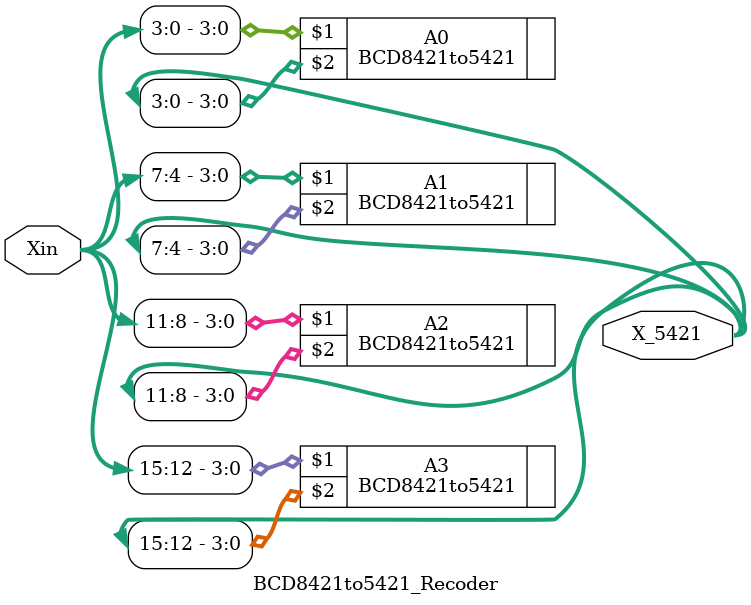
<source format=v>
`timescale 1ns / 1ps

module BCD8421to5421_Recoder(
    input [15:0] Xin,
    output [15:0] X_5421
    );

BCD8421to5421 A3( Xin[15:12],X_5421[15:12]);
BCD8421to5421 A2( Xin[11:8],X_5421[11:8]);
BCD8421to5421 A1( Xin[7:4],X_5421[7:4]);
BCD8421to5421 A0( Xin[3:0],X_5421[3:0]);

endmodule

</source>
